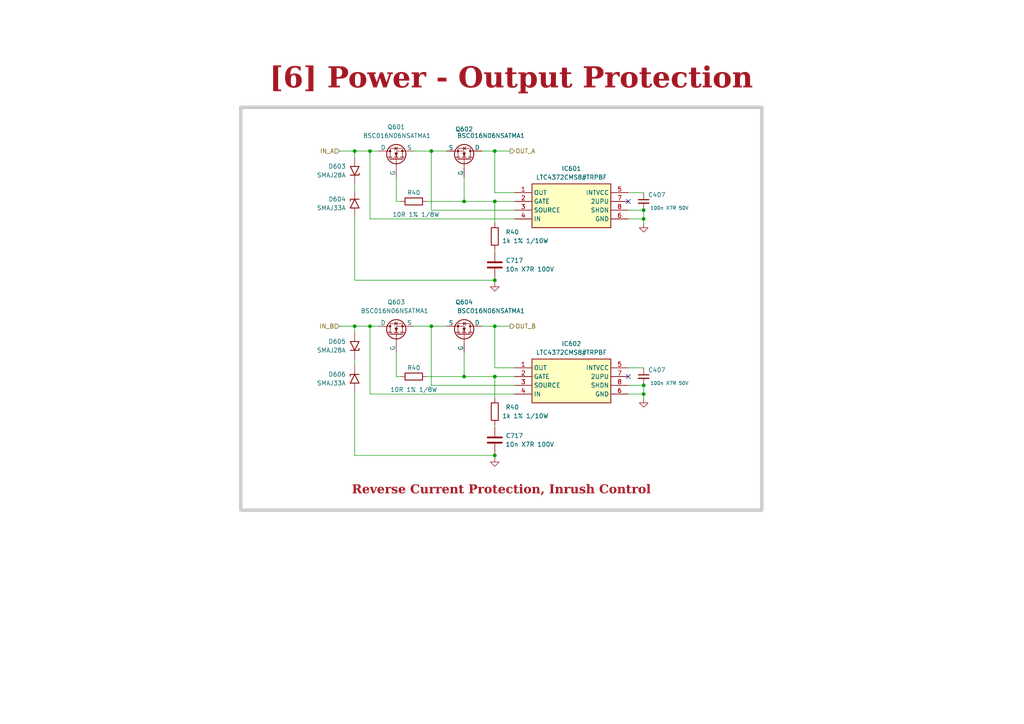
<source format=kicad_sch>
(kicad_sch (version 20230121) (generator eeschema)
  (paper "A4")
  (lib_symbols
    (symbol "Device:C" (pin_numbers hide) (pin_names (offset 0.254))
      (property "Reference" "C" (at 0.635 2.54 0))
      (property "Value" "C" (at 0.635 -2.54 0))
      (symbol "C_0_1"
        (polyline (pts (xy -2.032 -0.762) (xy 2.032 -0.762)) (stroke (width 0.508)))
        (polyline (pts (xy -2.032 0.762) (xy 2.032 0.762)) (stroke (width 0.508)))
      )
      (symbol "C_1_1"
        (pin passive line (at 0 3.81 270) (length 2.794) (name "~") (number "1"))
        (pin passive line (at 0 -3.81 90) (length 2.794) (name "~") (number "2"))
      )
    )
    (symbol "Device:C_Small" (pin_numbers hide) (pin_names (offset 0.254) hide)
      (property "Reference" "C" (at 0.254 1.778 0))
      (property "Value" "C_Small" (at 0.254 -2.032 0))
      (symbol "C_Small_0_1"
        (polyline (pts (xy -1.524 -0.508) (xy 1.524 -0.508)) (stroke (width 0.3302)))
        (polyline (pts (xy -1.524 0.508) (xy 1.524 0.508)) (stroke (width 0.3048)))
      )
      (symbol "C_Small_1_1"
        (pin passive line (at 0 2.54 270) (length 2.032) (name "~") (number "1"))
        (pin passive line (at 0 -2.54 90) (length 2.032) (name "~") (number "2"))
      )
    )
    (symbol "Device:R" (pin_numbers hide) (pin_names (offset 0))
      (property "Reference" "R" (at 2.032 0 90))
      (property "Value" "R" (at 0 0 90))
      (symbol "R_0_1"
        (rectangle (start -1.016 -2.54) (end 1.016 2.54) (stroke (width 0.254)))
      )
      (symbol "R_1_1"
        (pin passive line (at 0 3.81 270) (length 1.27) (name "~") (number "1"))
        (pin passive line (at 0 -3.81 90) (length 1.27) (name "~") (number "2"))
      )
    )
    (symbol "Diode:SMAJ28A" (pin_numbers hide) (pin_names (offset 1.016) hide)
      (property "Reference" "D" (at 0 2.54 0))
      (property "Value" "SMAJ28A" (at 0 -2.54 0))
      (symbol "SMAJ28A_0_1"
        (polyline (pts (xy -0.762 1.27) (xy -1.27 1.27) (xy -1.27 -1.27)) (stroke (width 0.254)))
        (polyline (pts (xy 1.27 1.27) (xy 1.27 -1.27) (xy -1.27 0) (xy 1.27 1.27)) (stroke (width 0.254)))
      )
      (symbol "SMAJ28A_1_1"
        (pin passive line (at -3.81 0 0) (length 2.54) (name "A1") (number "1"))
        (pin passive line (at 3.81 0 180) (length 2.54) (name "A2") (number "2"))
      )
    )
    (symbol "Diode:SMAJ33A" (pin_numbers hide) (pin_names (offset 1.016) hide)
      (property "Reference" "D" (at 0 2.54 0))
      (property "Value" "SMAJ33A" (at 0 -2.54 0))
      (symbol "SMAJ33A_0_1"
        (polyline (pts (xy -0.762 1.27) (xy -1.27 1.27) (xy -1.27 -1.27)) (stroke (width 0.254)))
        (polyline (pts (xy 1.27 1.27) (xy 1.27 -1.27) (xy -1.27 0) (xy 1.27 1.27)) (stroke (width 0.254)))
      )
      (symbol "SMAJ33A_1_1"
        (pin passive line (at -3.81 0 0) (length 2.54) (name "A1") (number "1"))
        (pin passive line (at 3.81 0 180) (length 2.54) (name "A2") (number "2"))
      )
    )
    (symbol "LTC4372CMS8#TRPBF:LTC4372CMS8#TRPBF"
      (property "Reference" "IC" (at 29.21 7.62 0))
      (property "Value" "LTC4372CMS8#TRPBF" (at 29.21 5.08 0))
      (symbol "LTC4372CMS8#TRPBF_1_1"
        (rectangle (start 5.08 2.54) (end 27.94 -10.16) (stroke (width 0.254)) (fill (type background)))
        (pin passive line (at 0 0 0) (length 5.08) (name "OUT") (number "1"))
        (pin passive line (at 0 -2.54 0) (length 5.08) (name "GATE") (number "2"))
        (pin passive line (at 0 -5.08 0) (length 5.08) (name "SOURCE") (number "3"))
        (pin passive line (at 0 -7.62 0) (length 5.08) (name "IN") (number "4"))
        (pin passive line (at 33.02 0 180) (length 5.08) (name "INTVCC") (number "5"))
        (pin passive line (at 33.02 -7.62 180) (length 5.08) (name "GND") (number "6"))
        (pin passive line (at 33.02 -2.54 180) (length 5.08) (name "2UPU") (number "7"))
        (pin passive line (at 33.02 -5.08 180) (length 5.08) (name "SHDN") (number "8"))
      )
    )
    (symbol "LTC4372CMS8#TRPBF_1"
      (property "Reference" "IC" (at 29.21 7.62 0))
      (property "Value" "LTC4372CMS8#TRPBF" (at 29.21 5.08 0))
      (symbol "LTC4372CMS8#TRPBF_1_1_1"
        (rectangle (start 5.08 2.54) (end 27.94 -10.16) (stroke (width 0.254)) (fill (type background)))
        (pin passive line (at 0 0 0) (length 5.08) (name "OUT") (number "1"))
        (pin passive line (at 0 -2.54 0) (length 5.08) (name "GATE") (number "2"))
        (pin passive line (at 0 -5.08 0) (length 5.08) (name "SOURCE") (number "3"))
        (pin passive line (at 0 -7.62 0) (length 5.08) (name "IN") (number "4"))
        (pin passive line (at 33.02 0 180) (length 5.08) (name "INTVCC") (number "5"))
        (pin passive line (at 33.02 -7.62 180) (length 5.08) (name "GND") (number "6"))
        (pin passive line (at 33.02 -2.54 180) (length 5.08) (name "2UPU") (number "7"))
        (pin passive line (at 33.02 -5.08 180) (length 5.08) (name "SHDN") (number "8"))
      )
    )
    (symbol "Simulation_SPICE:NMOS" (pin_numbers hide) (pin_names (offset 0))
      (property "Reference" "Q" (at 5.08 1.27 0))
      (property "Value" "NMOS" (at 5.08 -1.27 0))
      (symbol "NMOS_0_1"
        (polyline (pts (xy 0.254 0) (xy -2.54 0)))
        (polyline (pts (xy 0.254 1.905) (xy 0.254 -1.905)) (stroke (width 0.254)))
        (polyline (pts (xy 0.762 -1.27) (xy 0.762 -2.286)) (stroke (width 0.254)))
        (polyline (pts (xy 0.762 0.508) (xy 0.762 -0.508)) (stroke (width 0.254)))
        (polyline (pts (xy 0.762 2.286) (xy 0.762 1.27)) (stroke (width 0.254)))
        (polyline (pts (xy 2.54 2.54) (xy 2.54 1.778)))
        (polyline (pts (xy 2.54 -2.54) (xy 2.54 0) (xy 0.762 0)))
        (polyline (pts (xy 0.762 -1.778) (xy 3.302 -1.778) (xy 3.302 1.778) (xy 0.762 1.778)))
        (polyline (pts (xy 1.016 0) (xy 2.032 0.381) (xy 2.032 -0.381) (xy 1.016 0)) (fill (type outline)))
        (polyline (pts (xy 2.794 0.508) (xy 2.921 0.381) (xy 3.683 0.381) (xy 3.81 0.254)))
        (polyline (pts (xy 3.302 0.381) (xy 2.921 -0.254) (xy 3.683 -0.254) (xy 3.302 0.381)))
        (circle (center 1.651 0) (radius 2.794) (stroke (width 0.254)))
        (circle (center 2.54 -1.778) (radius 0.254) (fill (type outline)))
        (circle (center 2.54 1.778) (radius 0.254) (fill (type outline)))
      )
      (symbol "NMOS_1_1"
        (pin passive line (at 2.54 5.08 270) (length 2.54) (name "D") (number "1"))
        (pin input line (at -5.08 0 0) (length 2.54) (name "G") (number "2"))
        (pin passive line (at 2.54 -5.08 90) (length 2.54) (name "S") (number "3"))
      )
    )
    (symbol "power:GND" (power) (pin_names (offset 0))
      (property "Value" "GND" (at 0 -3.81 0))
      (symbol "GND_0_1"
        (polyline (pts (xy 0 0) (xy 0 -1.27) (xy 1.27 -1.27) (xy 0 -2.54) (xy -1.27 -1.27) (xy 0 -1.27)))
      )
      (symbol "GND_1_1"
        (pin power_in line (at 0 0 270) (length 0) hide (name "GND") (number "1"))
      )
    )
  )
  (junction (at 134.62 109.22))
  (junction (at 143.51 132.08))
  (junction (at 107.315 94.615))
  (junction (at 107.315 43.815))
  (junction (at 186.69 63.5))
  (junction (at 125.095 43.815))
  (junction (at 143.51 94.615))
  (junction (at 102.87 43.815))
  (junction (at 143.51 109.22))
  (junction (at 143.51 43.815))
  (junction (at 102.87 94.615))
  (junction (at 186.69 111.76))
  (junction (at 186.69 60.96))
  (junction (at 125.095 94.615))
  (junction (at 186.69 114.3))
  (junction (at 134.62 58.42))
  (junction (at 143.51 58.42))
  (junction (at 143.51 81.28))
  (no_connect (at 182.245 109.22))
  (no_connect (at 182.245 58.42))
  (wire (pts (xy 143.51 132.715) (xy 143.51 132.08)))
  (wire (pts (xy 182.245 111.76) (xy 186.69 111.76)))
  (wire (pts (xy 143.51 115.57) (xy 143.51 109.22)))
  (wire (pts (xy 186.69 63.5) (xy 186.69 64.77)))
  (wire (pts (xy 143.51 81.915) (xy 143.51 81.28)))
  (wire (pts (xy 143.51 43.815) (xy 147.955 43.815)))
  (wire (pts (xy 102.87 132.08) (xy 143.51 132.08)))
  (wire (pts (xy 107.315 94.615) (xy 107.315 114.3)))
  (wire (pts (xy 186.69 60.96) (xy 186.69 63.5)))
  (wire (pts (xy 149.225 63.5) (xy 107.315 63.5)))
  (wire (pts (xy 102.87 62.865) (xy 102.87 81.28)))
  (wire (pts (xy 182.245 106.68) (xy 186.69 106.68)))
  (wire (pts (xy 120.015 94.615) (xy 125.095 94.615)))
  (wire (pts (xy 114.935 109.22) (xy 114.935 102.235)))
  (wire (pts (xy 149.225 60.96) (xy 125.095 60.96)))
  (wire (pts (xy 143.51 132.08) (xy 143.51 131.445)))
  (wire (pts (xy 120.015 43.815) (xy 125.095 43.815)))
  (wire (pts (xy 143.51 72.39) (xy 143.51 73.025)))
  (wire (pts (xy 98.425 43.815) (xy 102.87 43.815)))
  (wire (pts (xy 102.87 43.815) (xy 107.315 43.815)))
  (wire (pts (xy 102.87 43.815) (xy 102.87 45.72)))
  (wire (pts (xy 134.62 51.435) (xy 134.62 58.42)))
  (wire (pts (xy 125.095 94.615) (xy 125.095 111.76)))
  (wire (pts (xy 102.87 81.28) (xy 143.51 81.28)))
  (wire (pts (xy 186.69 111.76) (xy 186.69 114.3)))
  (wire (pts (xy 139.7 43.815) (xy 143.51 43.815)))
  (wire (pts (xy 102.87 104.14) (xy 102.87 106.045)))
  (wire (pts (xy 182.245 60.96) (xy 186.69 60.96)))
  (wire (pts (xy 143.51 58.42) (xy 149.225 58.42)))
  (wire (pts (xy 125.095 43.815) (xy 129.54 43.815)))
  (wire (pts (xy 125.095 43.815) (xy 125.095 60.96)))
  (wire (pts (xy 182.245 63.5) (xy 186.69 63.5)))
  (wire (pts (xy 143.51 123.19) (xy 143.51 123.825)))
  (wire (pts (xy 182.245 55.88) (xy 186.69 55.88)))
  (wire (pts (xy 134.62 58.42) (xy 143.51 58.42)))
  (wire (pts (xy 143.51 55.88) (xy 143.51 43.815)))
  (wire (pts (xy 107.315 43.815) (xy 109.855 43.815)))
  (wire (pts (xy 143.51 109.22) (xy 149.225 109.22)))
  (wire (pts (xy 102.87 113.665) (xy 102.87 132.08)))
  (wire (pts (xy 102.87 94.615) (xy 107.315 94.615)))
  (wire (pts (xy 125.095 94.615) (xy 129.54 94.615)))
  (wire (pts (xy 123.825 58.42) (xy 134.62 58.42)))
  (wire (pts (xy 123.825 109.22) (xy 134.62 109.22)))
  (wire (pts (xy 143.51 81.28) (xy 143.51 80.645)))
  (wire (pts (xy 139.7 94.615) (xy 143.51 94.615)))
  (wire (pts (xy 143.51 106.68) (xy 143.51 94.615)))
  (wire (pts (xy 182.245 114.3) (xy 186.69 114.3)))
  (wire (pts (xy 149.225 55.88) (xy 143.51 55.88)))
  (wire (pts (xy 107.315 43.815) (xy 107.315 63.5)))
  (wire (pts (xy 143.51 94.615) (xy 147.955 94.615)))
  (wire (pts (xy 116.205 109.22) (xy 114.935 109.22)))
  (wire (pts (xy 149.225 111.76) (xy 125.095 111.76)))
  (wire (pts (xy 107.315 94.615) (xy 109.855 94.615)))
  (wire (pts (xy 149.225 114.3) (xy 107.315 114.3)))
  (wire (pts (xy 114.935 58.42) (xy 114.935 51.435)))
  (wire (pts (xy 149.225 106.68) (xy 143.51 106.68)))
  (wire (pts (xy 102.87 53.34) (xy 102.87 55.245)))
  (wire (pts (xy 116.205 58.42) (xy 114.935 58.42)))
  (wire (pts (xy 186.69 114.3) (xy 186.69 115.57)))
  (wire (pts (xy 134.62 102.235) (xy 134.62 109.22)))
  (wire (pts (xy 102.87 94.615) (xy 102.87 96.52)))
  (wire (pts (xy 143.51 64.77) (xy 143.51 58.42)))
  (wire (pts (xy 134.62 109.22) (xy 143.51 109.22)))
  (wire (pts (xy 98.425 94.615) (xy 102.87 94.615)))
  (rectangle (start 69.85 31.115) (end 220.98 147.955) (stroke (width 1) (color 200 200 200 1)))
  (text_box "[6] Power - Output Protection\n" (at 11.43 16.51 0) (size 273.685 12.7) (stroke (width -0.0001)) (effects (font (size 6 6) (thickness 1.2) bold)))
  (text_box "Reverse Current Protection, Inrush Control " (at 70.485 138.43 0) (size 149.86 6.985) (stroke (width -0.0001)) (effects (font (size 2.54 2.54) (thickness 0.508) bold) (justify bottom)))
  (hierarchical_label "IN_A" (shape input) (at 98.425 43.815 180))
  (hierarchical_label "OUT_B" (shape output) (at 147.955 94.615 0))
  (hierarchical_label "OUT_A" (shape output) (at 147.955 43.815 0))
  (hierarchical_label "IN_B" (shape input) (at 98.425 94.615 180))
  (symbol (lib_id "Diode:SMAJ33A") (at 102.87 109.855 90) (mirror x) (unit 1)
    (property "Reference" "D606" (at 100.33 108.585 90) (effects (justify left)))
    (property "Value" "SMAJ33A" (at 100.33 111.125 90) (effects (justify left)))
    (property "Footprint" "Diode_SMD:D_SMA" (effects hide))
    (property "Datasheet" "https://www.littelfuse.com/media?resourcetype=datasheets&itemid=75e32973-b177-4ee3-a0ff-cedaf1abdb93&filename=smaj-datasheet" (effects hide))
  )
  (symbol (lib_id "Device:R") (at 143.51 68.58 0) (unit 1)
    (property "Reference" "R40" (at 148.59 67.31 0))
    (property "Value" "1k 1% 1/10W" (at 152.4 69.85 0))
    (property "Footprint" "0_resistor_smd:R_0603_1608_DensityHigh" (effects hide))
    (instances (project "SMPS_legged_robot_module" (path "" (reference "R40") (unit 1)) (path "" (reference "R713") (unit 1)) (path "" (reference "R602") (unit 1))))
  )
  (symbol (lib_id "Diode:SMAJ28A") (at 102.87 49.53 270) (mirror x) (unit 1)
    (property "Reference" "D603" (at 100.33 48.26 90) (effects (justify right)))
    (property "Value" "SMAJ28A" (at 100.33 50.8 90) (effects (justify right)))
    (property "Footprint" "Diode_SMD:D_SMA" (effects hide))
    (property "Datasheet" "https://www.littelfuse.com/media?resourcetype=datasheets&itemid=75e32973-b177-4ee3-a0ff-cedaf1abdb93&filename=smaj-datasheet" (effects hide))
  )
  (symbol (lib_id "Device:C") (at 143.51 127.635 0) (mirror x) (unit 1)
    (property "Reference" "C717" (at 149.225 126.365 0))
    (property "Value" "10n X7R 100V" (at 153.67 128.905 0))
    (property "Footprint" "0_capacitor_smd:C_0402_1005_DensityHigh" (effects hide))
    (instances (project "SMPS_legged_robot_module" (path "" (reference "C717") (unit 1)) (path "" (reference "C604") (unit 1))))
  )
  (symbol (lib_id "Simulation_SPICE:NMOS") (at 134.62 97.155 270) (mirror x) (unit 1)
    (property "Reference" "Q604" (at 134.62 87.63 90))
    (property "Value" "BSC016N06NSATMA1 " (at 142.875 90.17 90))
    (property "Footprint" "0_transistor_fet:PG-TDSON-8_INF" (effects hide))
    (property "Datasheet" "https://ngspice.sourceforge.io/docs/ngspice-manual.pdf" (effects hide))
    (property "Sim.Device" "NMOS" (effects hide))
    (property "Sim.Type" "VDMOS" (effects hide))
    (property "Sim.Pins" "1=D 2=G 3=S" (effects hide))
  )
  (symbol (lib_id "Device:C") (at 143.51 76.835 0) (mirror x) (unit 1)
    (property "Reference" "C717" (at 149.225 75.565 0))
    (property "Value" "10n X7R 100V" (at 153.67 78.105 0))
    (property "Footprint" "0_capacitor_smd:C_0402_1005_DensityHigh" (effects hide))
    (instances (project "SMPS_legged_robot_module" (path "" (reference "C717") (unit 1)) (path "" (reference "C602") (unit 1))))
  )
  (symbol (lib_id "Diode:SMAJ28A") (at 102.87 100.33 270) (mirror x) (unit 1)
    (property "Reference" "D605" (at 100.33 99.06 90) (effects (justify right)))
    (property "Value" "SMAJ28A" (at 100.33 101.6 90) (effects (justify right)))
    (property "Footprint" "Diode_SMD:D_SMA" (effects hide))
    (property "Datasheet" "https://www.littelfuse.com/media?resourcetype=datasheets&itemid=75e32973-b177-4ee3-a0ff-cedaf1abdb93&filename=smaj-datasheet" (effects hide))
  )
  (symbol (lib_id "Device:R") (at 120.015 109.22 90) (unit 1)
    (property "Reference" "R40" (at 120.015 106.68 90))
    (property "Value" "10R 1% 1/8W" (at 120.015 113.03 90))
    (property "Footprint" "0_resistor_smd:R_0805_2012_DensityHigh" (effects hide))
    (instances (project "SMPS_legged_robot_module" (path "" (reference "R40") (unit 1)) (path "" (reference "R717") (unit 1)) (path "" (reference "R603") (unit 1))))
  )
  (symbol (lib_id "power:GND") (at 143.51 81.915 0) (unit 1)
    (property "Reference" "#PWR0604" (effects hide))
    (property "Value" "GND" (effects hide))
  )
  (symbol (lib_id "Device:C_Small") (at 186.69 58.42 0) (unit 1)
    (property "Reference" "C407" (at 187.96 56.515 0) (effects (justify left)))
    (property "Value" "100n X7R 50V" (at 188.595 60.325 0) (effects (font (size 1 1)) (justify left)))
    (property "Footprint" "0_capacitor_smd:C_0402_1005_DensityHigh" (effects hide))
    (property "Datasheet" "https://search.murata.co.jp/Ceramy/image/img/A01X/G101/ENG/GCM155R71H104KE02-01.pdf" (effects hide))
    (property "Description" "0.1 µF ±10% 50V Ceramic Capacitor X7R 0402 (1005 Metric)" (effects hide))
    (property "Manufacturer" "Murata Electronics" (effects hide))
    (property "Manufacturer Part Number" "GCM155R71H104KE02J" (effects hide))
    (property "Supplier 1" "Digikey" (effects hide))
    (property "Supplier Part Number 1" "490-14514-1-ND" (effects hide))
    (instances (project "SMPS_legged_robot_module" (path "" (reference "C407") (unit 1)) (path "" (reference "C601") (unit 1))))
  )
  (symbol (lib_name "LTC4372CMS8#TRPBF_1") (lib_id "LTC4372CMS8#TRPBF:LTC4372CMS8#TRPBF") (at 149.225 55.88 0) (unit 1)
    (property "Reference" "IC601" (at 165.735 48.895 0))
    (property "Value" "LTC4372CMS8#TRPBF" (at 165.735 51.435 0))
    (property "Footprint" "0_package_SOT_TO_SMD:SOP65P490X110-8N" (effects hide))
    (property "Datasheet" "https://www.arrow.com/en/products/ltc4372cms8trpbf/analog-devices" (effects hide))
    (property "Height" "1.1" (effects hide))
    (property "Mouser Part Number" "584-LTC4372CMS8TRPBF" (effects hide))
    (property "Mouser Price/Stock" "https://www.mouser.co.uk/ProductDetail/Analog-Devices/LTC4372CMS8TRPBF?qs=T94vaHKWudSmRk6S7wUTVw%3D%3D" (effects hide))
    (property "Manufacturer_Name" "Analog Devices" (effects hide))
    (property "Manufacturer_Part_Number" "LTC4372CMS8#TRPBF" (effects hide))
  )
  (symbol (lib_id "power:GND") (at 143.51 132.715 0) (unit 1)
    (property "Reference" "#PWR0602" (effects hide))
    (property "Value" "GND" (effects hide))
  )
  (symbol (lib_id "Simulation_SPICE:NMOS") (at 114.935 97.155 90) (unit 1)
    (property "Reference" "Q603" (at 114.935 87.63 90))
    (property "Value" "BSC016N06NSATMA1 " (at 114.935 90.17 90))
    (property "Footprint" "0_transistor_fet:PG-TDSON-8_INF" (effects hide))
    (property "Datasheet" "https://ngspice.sourceforge.io/docs/ngspice-manual.pdf" (effects hide))
    (property "Sim.Device" "NMOS" (effects hide))
    (property "Sim.Type" "VDMOS" (effects hide))
    (property "Sim.Pins" "1=D 2=G 3=S" (effects hide))
  )
  (symbol (lib_id "Simulation_SPICE:NMOS") (at 114.935 46.355 90) (unit 1)
    (property "Reference" "Q601" (at 114.935 36.83 90))
    (property "Value" "BSC016N06NSATMA1 " (at 115.57 39.37 90))
    (property "Footprint" "0_transistor_fet:PG-TDSON-8_INF" (effects hide))
    (property "Datasheet" "https://ngspice.sourceforge.io/docs/ngspice-manual.pdf" (effects hide))
    (property "Sim.Device" "NMOS" (effects hide))
    (property "Sim.Type" "VDMOS" (effects hide))
    (property "Sim.Pins" "1=D 2=G 3=S" (effects hide))
  )
  (symbol (lib_id "power:GND") (at 186.69 64.77 0) (unit 1)
    (property "Reference" "#PWR0603" (effects hide))
    (property "Value" "GND" (effects hide))
  )
  (symbol (lib_id "Device:R") (at 120.015 58.42 90) (unit 1)
    (property "Reference" "R40" (at 120.015 55.88 90))
    (property "Value" "10R 1% 1/8W" (at 120.65 62.23 90))
    (property "Footprint" "0_resistor_smd:R_0805_2012_DensityHigh" (effects hide))
    (instances (project "SMPS_legged_robot_module" (path "" (reference "R40") (unit 1)) (path "" (reference "R717") (unit 1)) (path "" (reference "R601") (unit 1))))
  )
  (symbol (lib_id "Simulation_SPICE:NMOS") (at 134.62 46.355 270) (mirror x) (unit 1)
    (property "Reference" "Q602" (at 134.62 37.465 90))
    (property "Value" "BSC016N06NSATMA1 " (at 142.875 39.37 90))
    (property "Footprint" "0_transistor_fet:PG-TDSON-8_INF" (effects hide))
    (property "Datasheet" "https://ngspice.sourceforge.io/docs/ngspice-manual.pdf" (effects hide))
    (property "Sim.Device" "NMOS" (effects hide))
    (property "Sim.Type" "VDMOS" (effects hide))
    (property "Sim.Pins" "1=D 2=G 3=S" (effects hide))
  )
  (symbol (lib_id "Diode:SMAJ33A") (at 102.87 59.055 90) (mirror x) (unit 1)
    (property "Reference" "D604" (at 100.33 57.785 90) (effects (justify left)))
    (property "Value" "SMAJ33A" (at 100.33 60.325 90) (effects (justify left)))
    (property "Footprint" "Diode_SMD:D_SMA" (effects hide))
    (property "Datasheet" "https://www.littelfuse.com/media?resourcetype=datasheets&itemid=75e32973-b177-4ee3-a0ff-cedaf1abdb93&filename=smaj-datasheet" (effects hide))
  )
  (symbol (lib_id "power:GND") (at 186.69 115.57 0) (unit 1)
    (property "Reference" "#PWR0601" (effects hide))
    (property "Value" "GND" (effects hide))
  )
  (symbol (lib_id "LTC4372CMS8#TRPBF:LTC4372CMS8#TRPBF") (at 149.225 106.68 0) (unit 1)
    (property "Reference" "IC602" (at 165.735 99.695 0))
    (property "Value" "LTC4372CMS8#TRPBF" (at 165.735 102.235 0))
    (property "Footprint" "0_package_SOT_TO_SMD:SOP65P490X110-8N" (effects hide))
    (property "Datasheet" "https://www.arrow.com/en/products/ltc4372cms8trpbf/analog-devices" (effects hide))
    (property "Height" "1.1" (effects hide))
    (property "Mouser Part Number" "584-LTC4372CMS8TRPBF" (effects hide))
    (property "Mouser Price/Stock" "https://www.mouser.co.uk/ProductDetail/Analog-Devices/LTC4372CMS8TRPBF?qs=T94vaHKWudSmRk6S7wUTVw%3D%3D" (effects hide))
    (property "Manufacturer_Name" "Analog Devices" (effects hide))
    (property "Manufacturer_Part_Number" "LTC4372CMS8#TRPBF" (effects hide))
  )
  (symbol (lib_id "Device:R") (at 143.51 119.38 0) (unit 1)
    (property "Reference" "R40" (at 148.59 118.11 0))
    (property "Value" "1k 1% 1/10W" (at 152.4 120.65 0))
    (property "Footprint" "0_resistor_smd:R_0603_1608_DensityHigh" (effects hide))
    (instances (project "SMPS_legged_robot_module" (path "" (reference "R40") (unit 1)) (path "" (reference "R713") (unit 1)) (path "" (reference "R604") (unit 1))))
  )
  (symbol (lib_id "Device:C_Small") (at 186.69 109.22 0) (unit 1)
    (property "Reference" "C407" (at 187.96 107.315 0) (effects (justify left)))
    (property "Value" "100n X7R 50V" (at 188.595 111.125 0) (effects (font (size 1 1)) (justify left)))
    (property "Footprint" "0_capacitor_smd:C_0402_1005_DensityHigh" (effects hide))
    (property "Datasheet" "https://search.murata.co.jp/Ceramy/image/img/A01X/G101/ENG/GCM155R71H104KE02-01.pdf" (effects hide))
    (property "Description" "0.1 µF ±10% 50V Ceramic Capacitor X7R 0402 (1005 Metric)" (effects hide))
    (property "Manufacturer" "Murata Electronics" (effects hide))
    (property "Manufacturer Part Number" "GCM155R71H104KE02J" (effects hide))
    (property "Supplier 1" "Digikey" (effects hide))
    (property "Supplier Part Number 1" "490-14514-1-ND" (effects hide))
    (instances (project "SMPS_legged_robot_module" (path "" (reference "C407") (unit 1)) (path "" (reference "C603") (unit 1))))
  )
)
</source>
